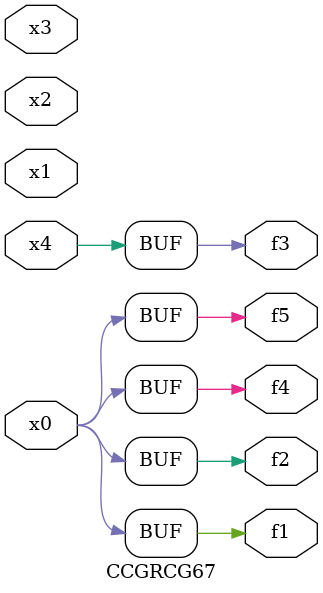
<source format=v>
module CCGRCG67(
	input x0, x1, x2, x3, x4,
	output f1, f2, f3, f4, f5
);
	assign f1 = x0;
	assign f2 = x0;
	assign f3 = x4;
	assign f4 = x0;
	assign f5 = x0;
endmodule

</source>
